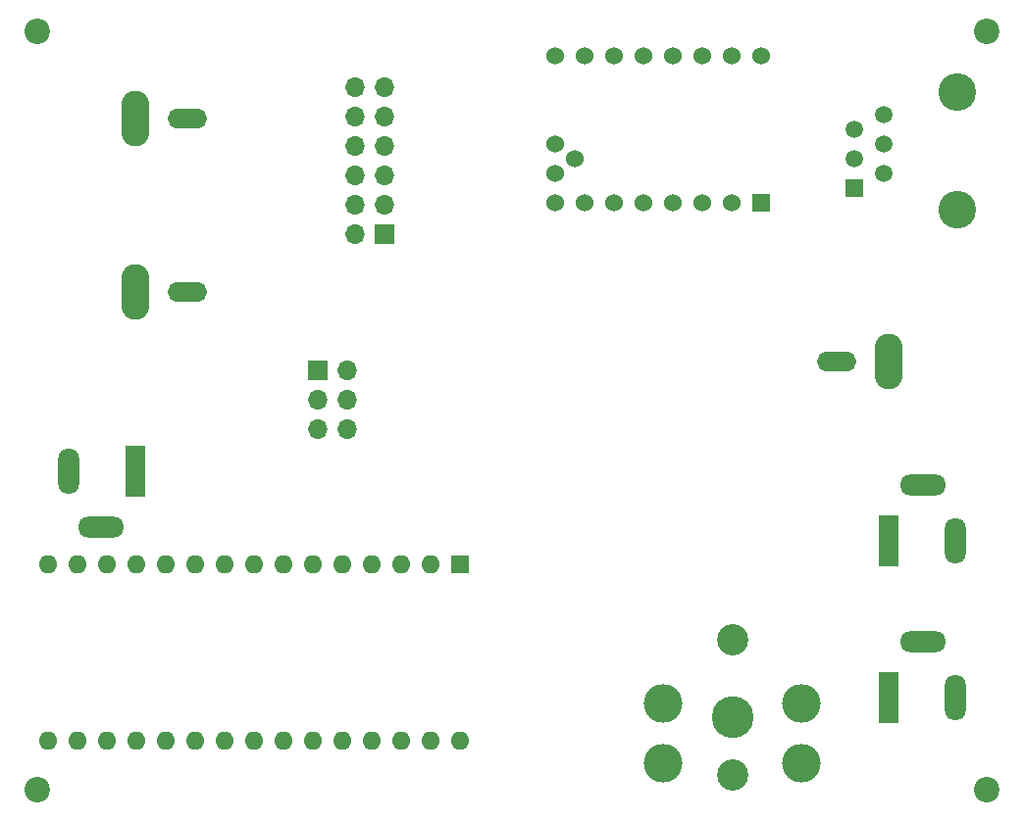
<source format=gbr>
%TF.GenerationSoftware,KiCad,Pcbnew,(5.1.8)-1*%
%TF.CreationDate,2021-03-13T21:34:25+00:00*%
%TF.ProjectId,Trio,5472696f-2e6b-4696-9361-645f70636258,rev?*%
%TF.SameCoordinates,Original*%
%TF.FileFunction,Soldermask,Bot*%
%TF.FilePolarity,Negative*%
%FSLAX46Y46*%
G04 Gerber Fmt 4.6, Leading zero omitted, Abs format (unit mm)*
G04 Created by KiCad (PCBNEW (5.1.8)-1) date 2021-03-13 21:34:25*
%MOMM*%
%LPD*%
G01*
G04 APERTURE LIST*
%ADD10O,1.600000X1.600000*%
%ADD11R,1.600000X1.600000*%
%ADD12O,1.700000X1.700000*%
%ADD13R,1.700000X1.700000*%
%ADD14C,1.524000*%
%ADD15R,1.524000X1.524000*%
%ADD16R,1.800000X4.400000*%
%ADD17O,1.800000X4.000000*%
%ADD18O,4.000000X1.800000*%
%ADD19C,2.700000*%
%ADD20C,3.615000*%
%ADD21C,3.330000*%
%ADD22R,1.520000X1.520000*%
%ADD23C,3.250000*%
%ADD24C,1.520000*%
%ADD25C,2.200000*%
%ADD26O,2.400000X4.800000*%
%ADD27O,3.400000X1.700000*%
G04 APERTURE END LIST*
D10*
%TO.C,A1*%
X105940000Y-136740000D03*
X105940000Y-121500000D03*
X141500000Y-136740000D03*
X108480000Y-121500000D03*
X138960000Y-136740000D03*
X111020000Y-121500000D03*
X136420000Y-136740000D03*
X113560000Y-121500000D03*
X133880000Y-136740000D03*
X116100000Y-121500000D03*
X131340000Y-136740000D03*
X118640000Y-121500000D03*
X128800000Y-136740000D03*
X121180000Y-121500000D03*
X126260000Y-136740000D03*
X123720000Y-121500000D03*
X123720000Y-136740000D03*
X126260000Y-121500000D03*
X121180000Y-136740000D03*
X128800000Y-121500000D03*
X118640000Y-136740000D03*
X131340000Y-121500000D03*
X116100000Y-136740000D03*
X133880000Y-121500000D03*
X113560000Y-136740000D03*
X136420000Y-121500000D03*
X111020000Y-136740000D03*
X138960000Y-121500000D03*
X108480000Y-136740000D03*
D11*
X141500000Y-121500000D03*
%TD*%
D12*
%TO.C,J2*%
X131790000Y-109830000D03*
X129250000Y-109830000D03*
X131790000Y-107290000D03*
X129250000Y-107290000D03*
X131790000Y-104750000D03*
D13*
X129250000Y-104750000D03*
%TD*%
D14*
%TO.C,U1*%
X151368000Y-86460000D03*
X149717000Y-85190000D03*
X149717000Y-87730000D03*
D15*
X167497000Y-90270000D03*
D14*
X164957000Y-90270000D03*
X162417000Y-90270000D03*
X159877000Y-90270000D03*
X157337000Y-90270000D03*
X154797000Y-90270000D03*
X152257000Y-90270000D03*
X149717000Y-90270000D03*
X149717000Y-77570000D03*
X152257000Y-77570000D03*
X154797000Y-77570000D03*
X157337000Y-77570000D03*
X159877000Y-77570000D03*
X162417000Y-77570000D03*
X164957000Y-77570000D03*
X167497000Y-77570000D03*
%TD*%
D12*
%TO.C,PINOUT1*%
X132460000Y-80300000D03*
X135000000Y-80300000D03*
X132460000Y-82840000D03*
X135000000Y-82840000D03*
X132460000Y-85380000D03*
X135000000Y-85380000D03*
X132460000Y-87920000D03*
X135000000Y-87920000D03*
X132460000Y-90460000D03*
X135000000Y-90460000D03*
X132460000Y-93000000D03*
D13*
X135000000Y-93000000D03*
%TD*%
D16*
%TO.C,PO3*%
X113500000Y-113500000D03*
D17*
X107700000Y-113500000D03*
D18*
X110500000Y-118300000D03*
%TD*%
D16*
%TO.C,PO2*%
X178500000Y-133000000D03*
D17*
X184300000Y-133000000D03*
D18*
X181500000Y-128200000D03*
%TD*%
D16*
%TO.C,PO1*%
X178500000Y-119500000D03*
D17*
X184300000Y-119500000D03*
D18*
X181500000Y-114700000D03*
%TD*%
D19*
%TO.C,PI1*%
X165000000Y-128050000D03*
D20*
X165000000Y-134700000D03*
D21*
X170950000Y-133550000D03*
X170950000Y-138750000D03*
D19*
X165000000Y-139700000D03*
D21*
X159050000Y-138750000D03*
X159050000Y-133550000D03*
%TD*%
D22*
%TO.C,J1*%
X175500000Y-89000000D03*
D23*
X184390000Y-90910000D03*
D24*
X178040000Y-87730000D03*
X175500000Y-86460000D03*
X178040000Y-85190000D03*
X175500000Y-83920000D03*
X178040000Y-82650000D03*
D23*
X184390000Y-80750000D03*
%TD*%
D25*
%TO.C,H4*%
X105000000Y-75500000D03*
%TD*%
%TO.C,H3*%
X187000000Y-75500000D03*
%TD*%
%TO.C,H2*%
X187000000Y-141000000D03*
%TD*%
%TO.C,H1*%
X105000000Y-141000000D03*
%TD*%
D26*
%TO.C,DO3*%
X113500000Y-98000000D03*
D27*
X118000000Y-98000000D03*
%TD*%
D26*
%TO.C,DO2*%
X113500000Y-83000000D03*
D27*
X118000000Y-83000000D03*
%TD*%
D26*
%TO.C,DO1*%
X178500000Y-104000000D03*
D27*
X174000000Y-104000000D03*
%TD*%
M02*

</source>
